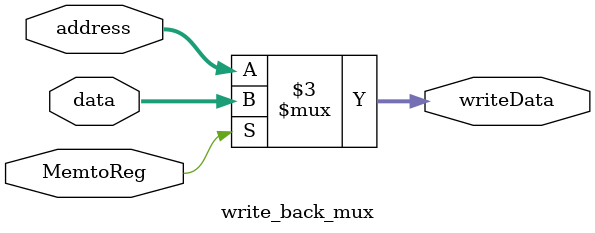
<source format=v>
`timescale 1ns / 1ps
module write_back_mux(data, address, MemtoReg, writeData);

	input MemtoReg;
	input [31:0] data, address;
	
	output reg [31:0] writeData;
	
	always @(*)
	begin
	
		if (MemtoReg)
		begin
			writeData <= data;
		end
			
		else
		begin
			writeData <= address;
		end
			
	end

endmodule

</source>
